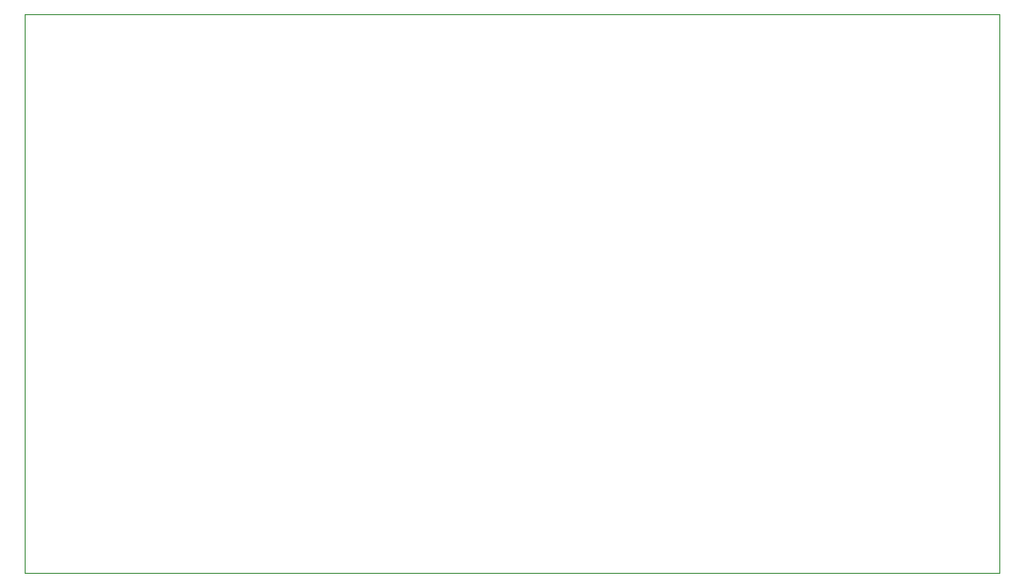
<source format=gbr>
G04 #@! TF.GenerationSoftware,KiCad,Pcbnew,(5.1.0)-1*
G04 #@! TF.CreationDate,2020-05-18T11:58:27+02:00*
G04 #@! TF.ProjectId,led_display_v1,6c65645f-6469-4737-906c-61795f76312e,rev?*
G04 #@! TF.SameCoordinates,Original*
G04 #@! TF.FileFunction,Profile,NP*
%FSLAX46Y46*%
G04 Gerber Fmt 4.6, Leading zero omitted, Abs format (unit mm)*
G04 Created by KiCad (PCBNEW (5.1.0)-1) date 2020-05-18 11:58:27*
%MOMM*%
%LPD*%
G04 APERTURE LIST*
%ADD10C,0.120000*%
G04 APERTURE END LIST*
D10*
X100000000Y-50000000D02*
X100000000Y-100000000D01*
X187000000Y-50000000D02*
X100000000Y-50000000D01*
X187000000Y-100000000D02*
X187000000Y-50000000D01*
X100000000Y-100000000D02*
X187000000Y-100000000D01*
M02*

</source>
